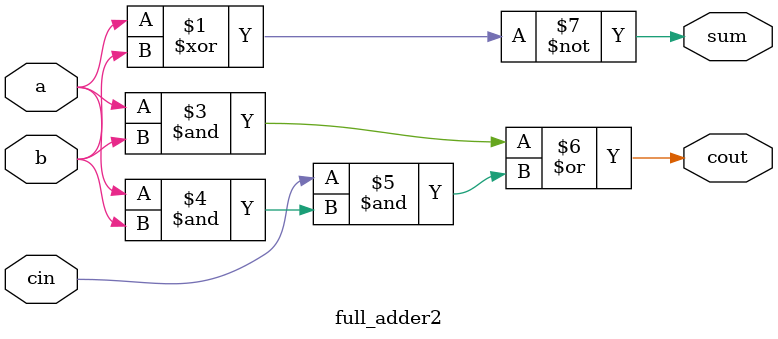
<source format=v>
module full_adder2(a,b,cin,sum,cout);
input a,b,cin;
output sum,cout;
assign sum = a^b^1'b1;
assign cout = a&b|cin&(a&b); 
// initial begin
//     $display("The incorrect adder with xor1 having in2/1");
// end   
endmodule
</source>
